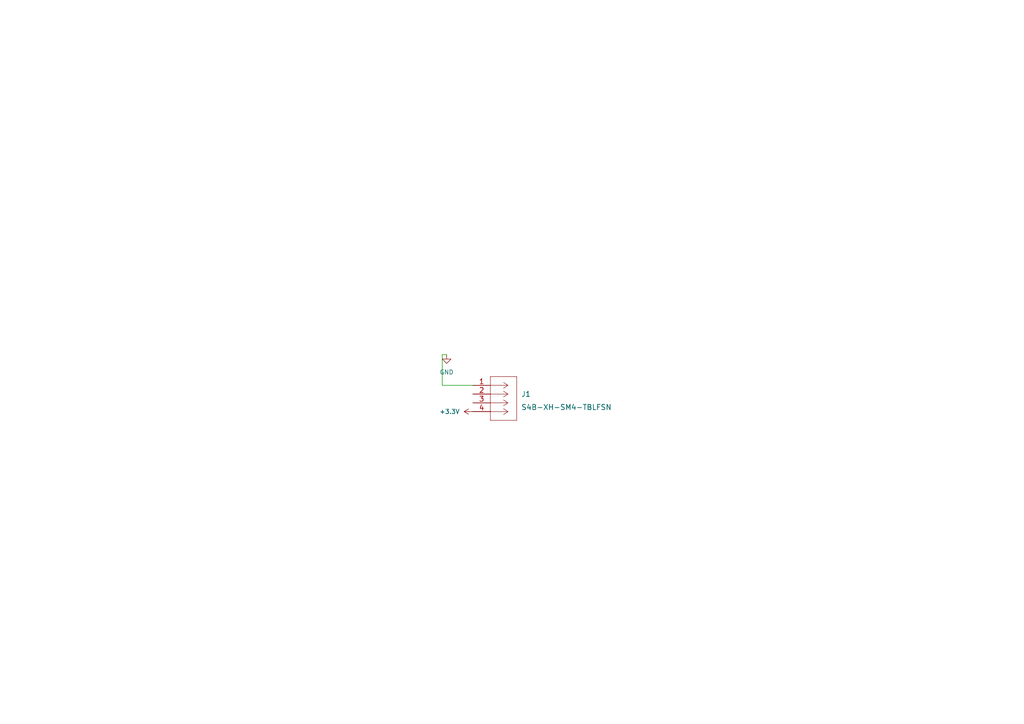
<source format=kicad_sch>
(kicad_sch (version 20211123) (generator eeschema)
  (paper "A4")
  (lib_symbols
    (symbol "2023-02-09_18-38-43:S4B-XH-SM4-TBLFSN" (pin_names (offset 0.254) hide)
      (property "Reference" "J" (at 8.89 6.35 0))
      (property "Value" "S4B-XH-SM4-TBLFSN" (at 10.16 -5.08 0))
      (symbol "S4B-XH-SM4-TBLFSN_1_1"
        (polyline (pts (xy 5.08 -10.16) (xy 12.7 -10.16)) (stroke (width 0.127)))
        (polyline (pts (xy 5.08 2.54) (xy 5.08 -10.16)) (stroke (width 0.127)))
        (polyline (pts (xy 10.16 -7.62) (xy 5.08 -7.62)) (stroke (width 0.127)))
        (polyline (pts (xy 10.16 -7.62) (xy 8.89 -8.4582)) (stroke (width 0.127)))
        (polyline (pts (xy 10.16 -7.62) (xy 8.89 -6.7818)) (stroke (width 0.127)))
        (polyline (pts (xy 10.16 -5.08) (xy 5.08 -5.08)) (stroke (width 0.127)))
        (polyline (pts (xy 10.16 -5.08) (xy 8.89 -5.9182)) (stroke (width 0.127)))
        (polyline (pts (xy 10.16 -5.08) (xy 8.89 -4.2418)) (stroke (width 0.127)))
        (polyline (pts (xy 10.16 -2.54) (xy 5.08 -2.54)) (stroke (width 0.127)))
        (polyline (pts (xy 10.16 -2.54) (xy 8.89 -3.3782)) (stroke (width 0.127)))
        (polyline (pts (xy 10.16 -2.54) (xy 8.89 -1.7018)) (stroke (width 0.127)))
        (polyline (pts (xy 10.16 0) (xy 5.08 0)) (stroke (width 0.127)))
        (polyline (pts (xy 10.16 0) (xy 8.89 -0.8382)) (stroke (width 0.127)))
        (polyline (pts (xy 10.16 0) (xy 8.89 0.8382)) (stroke (width 0.127)))
        (polyline (pts (xy 12.7 -10.16) (xy 12.7 2.54)) (stroke (width 0.127)))
        (polyline (pts (xy 12.7 2.54) (xy 5.08 2.54)) (stroke (width 0.127)))
        (pin unspecified line (at 0 0 0) (length 5.08) (name "1") (number "1"))
        (pin unspecified line (at 0 -2.54 0) (length 5.08) (name "2") (number "2"))
        (pin unspecified line (at 0 -5.08 0) (length 5.08) (name "3") (number "3"))
        (pin unspecified line (at 0 -7.62 0) (length 5.08) (name "4") (number "4"))
      )
    )
    (symbol "power:+3.3V" (power) (pin_names (offset 0))
      (property "Value" "+3.3V" (at 0 3.556 0))
      (symbol "+3.3V_0_1"
        (polyline (pts (xy -0.762 1.27) (xy 0 2.54)))
        (polyline (pts (xy 0 0) (xy 0 2.54)))
        (polyline (pts (xy 0 2.54) (xy 0.762 1.27)))
      )
      (symbol "+3.3V_1_1"
        (pin power_in line (at 0 0 90) (length 0) hide (name "+3.3V") (number "1"))
      )
    )
    (symbol "power:GND" (power) (pin_names (offset 0))
      (property "Value" "GND" (at 0 -3.81 0))
      (symbol "GND_0_1"
        (polyline (pts (xy 0 0) (xy 0 -1.27) (xy 1.27 -1.27) (xy 0 -2.54) (xy -1.27 -1.27) (xy 0 -1.27)))
      )
      (symbol "GND_1_1"
        (pin power_in line (at 0 0 270) (length 0) hide (name "GND") (number "1"))
      )
    )
  )
  (wire (pts (xy 137.16 111.76) (xy 128.27 111.76)))
  (wire (pts (xy 128.27 111.76) (xy 128.27 102.87)))
  (wire (pts (xy 128.27 102.87) (xy 129.54 102.87)))
  (symbol (lib_id "2023-02-09_18-38-43:S4B-XH-SM4-TBLFSN") (at 137.16 111.76 0) (unit 1)
    (property "Reference" "J1" (at 151.13 114.3 0) (effects (font (size 1.524 1.524)) (justify left)))
    (property "Value" "S4B-XH-SM4-TBLFSN" (at 151.13 118.11 0) (effects (font (size 1.524 1.524)) (justify left)))
    (property "Footprint" "footprints:S4B-XH-SM4-TBLFSN" (effects hide))
  )
  (symbol (lib_id "power:+3.3V") (at 137.16 119.38 90) (unit 1)
    (property "Reference" "#PWR?" (effects hide))
    (property "Value" "+3.3V" (at 133.35 119.3799 90) (effects (justify left)))
  )
  (symbol (lib_id "power:GND") (at 129.54 102.87 0) (unit 1)
    (property "Reference" "#PWR?" (effects hide))
    (property "Value" "GND" (at 129.54 107.95 0))
  )
)
</source>
